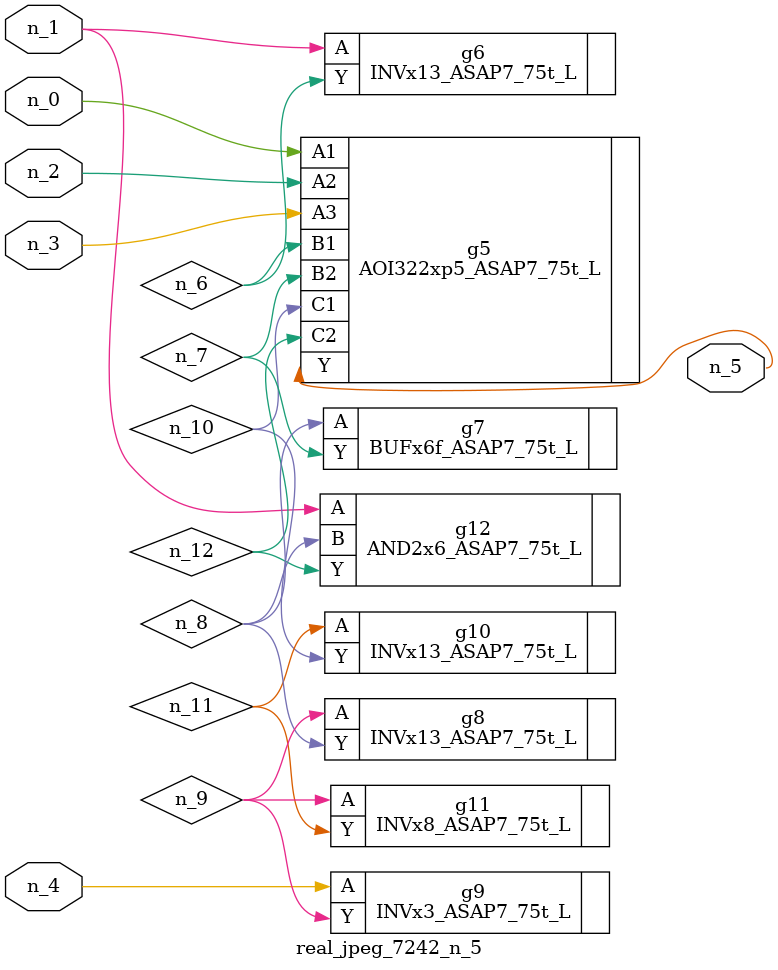
<source format=v>
module real_jpeg_7242_n_5 (n_4, n_0, n_1, n_2, n_3, n_5);

input n_4;
input n_0;
input n_1;
input n_2;
input n_3;

output n_5;

wire n_12;
wire n_8;
wire n_11;
wire n_6;
wire n_7;
wire n_10;
wire n_9;

AOI322xp5_ASAP7_75t_L g5 ( 
.A1(n_0),
.A2(n_2),
.A3(n_3),
.B1(n_6),
.B2(n_7),
.C1(n_10),
.C2(n_12),
.Y(n_5)
);

INVx13_ASAP7_75t_L g6 ( 
.A(n_1),
.Y(n_6)
);

AND2x6_ASAP7_75t_L g12 ( 
.A(n_1),
.B(n_8),
.Y(n_12)
);

INVx3_ASAP7_75t_L g9 ( 
.A(n_4),
.Y(n_9)
);

BUFx6f_ASAP7_75t_L g7 ( 
.A(n_8),
.Y(n_7)
);

INVx13_ASAP7_75t_L g8 ( 
.A(n_9),
.Y(n_8)
);

INVx8_ASAP7_75t_L g11 ( 
.A(n_9),
.Y(n_11)
);

INVx13_ASAP7_75t_L g10 ( 
.A(n_11),
.Y(n_10)
);


endmodule
</source>
